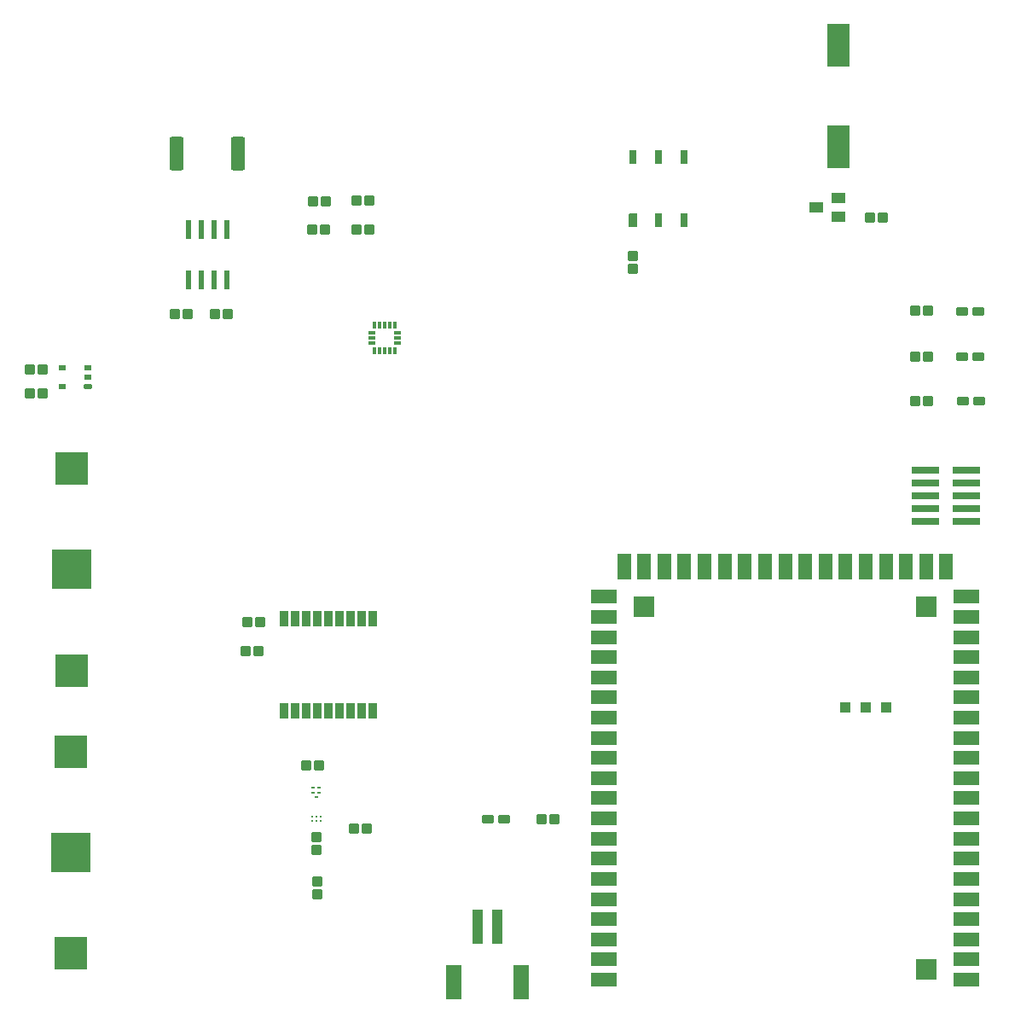
<source format=gbr>
%TF.GenerationSoftware,KiCad,Pcbnew,(5.99.0-10117-g2c3ee0d85f)*%
%TF.CreationDate,2021-04-28T15:41:30+02:00*%
%TF.ProjectId,som asset tracker,736f6d20-6173-4736-9574-20747261636b,rev?*%
%TF.SameCoordinates,Original*%
%TF.FileFunction,Paste,Top*%
%TF.FilePolarity,Positive*%
%FSLAX46Y46*%
G04 Gerber Fmt 4.6, Leading zero omitted, Abs format (unit mm)*
G04 Created by KiCad (PCBNEW (5.99.0-10117-g2c3ee0d85f)) date 2021-04-28 15:41:30*
%MOMM*%
%LPD*%
G01*
G04 APERTURE LIST*
G04 Aperture macros list*
%AMRoundRect*
0 Rectangle with rounded corners*
0 $1 Rounding radius*
0 $2 $3 $4 $5 $6 $7 $8 $9 X,Y pos of 4 corners*
0 Add a 4 corners polygon primitive as box body*
4,1,4,$2,$3,$4,$5,$6,$7,$8,$9,$2,$3,0*
0 Add four circle primitives for the rounded corners*
1,1,$1+$1,$2,$3*
1,1,$1+$1,$4,$5*
1,1,$1+$1,$6,$7*
1,1,$1+$1,$8,$9*
0 Add four rect primitives between the rounded corners*
20,1,$1+$1,$2,$3,$4,$5,0*
20,1,$1+$1,$4,$5,$6,$7,0*
20,1,$1+$1,$6,$7,$8,$9,0*
20,1,$1+$1,$8,$9,$2,$3,0*%
%AMOutline5P*
0 Free polygon, 5 corners , with rotation*
0 The origin of the aperture is its center*
0 number of corners: always 8*
0 $1 to $10 corner X, Y*
0 $11 Rotation angle, in degrees counterclockwise*
0 create outline with 8 corners*
4,1,5,$1,$2,$3,$4,$5,$6,$7,$8,$9,$10,$1,$2,$11*%
%AMOutline6P*
0 Free polygon, 6 corners , with rotation*
0 The origin of the aperture is its center*
0 number of corners: always 6*
0 $1 to $12 corner X, Y*
0 $13 Rotation angle, in degrees counterclockwise*
0 create outline with 6 corners*
4,1,6,$1,$2,$3,$4,$5,$6,$7,$8,$9,$10,$11,$12,$1,$2,$13*%
%AMOutline7P*
0 Free polygon, 7 corners , with rotation*
0 The origin of the aperture is its center*
0 number of corners: always 7*
0 $1 to $14 corner X, Y*
0 $15 Rotation angle, in degrees counterclockwise*
0 create outline with 7 corners*
4,1,7,$1,$2,$3,$4,$5,$6,$7,$8,$9,$10,$11,$12,$13,$14,$1,$2,$15*%
%AMOutline8P*
0 Free polygon, 8 corners , with rotation*
0 The origin of the aperture is its center*
0 number of corners: always 8*
0 $1 to $16 corner X, Y*
0 $17 Rotation angle, in degrees counterclockwise*
0 create outline with 8 corners*
4,1,8,$1,$2,$3,$4,$5,$6,$7,$8,$9,$10,$11,$12,$13,$14,$15,$16,$1,$2,$17*%
G04 Aperture macros list end*
%ADD10R,0.300000X0.800000*%
%ADD11R,0.800000X0.300000*%
%ADD12RoundRect,0.250000X-0.300000X0.250000X-0.300000X-0.250000X0.300000X-0.250000X0.300000X0.250000X0*%
%ADD13R,0.325000X0.250000*%
%ADD14RoundRect,0.250000X-0.250000X-0.300000X0.250000X-0.300000X0.250000X0.300000X-0.250000X0.300000X0*%
%ADD15R,0.600000X1.970000*%
%ADD16RoundRect,0.250000X0.300000X-0.250000X0.300000X0.250000X-0.300000X0.250000X-0.300000X-0.250000X0*%
%ADD17RoundRect,0.250000X0.250000X0.300000X-0.250000X0.300000X-0.250000X-0.300000X0.250000X-0.300000X0*%
%ADD18R,1.399540X0.998220*%
%ADD19R,1.000000X3.500000*%
%ADD20R,1.500000X3.400000*%
%ADD21R,3.180000X3.180000*%
%ADD22R,3.960000X3.960000*%
%ADD23R,2.500000X1.400000*%
%ADD24R,1.400000X2.500000*%
%ADD25R,2.000000X2.000000*%
%ADD26R,1.000000X1.000000*%
%ADD27RoundRect,0.212500X-0.400000X-0.212500X0.400000X-0.212500X0.400000X0.212500X-0.400000X0.212500X0*%
%ADD28R,2.310000X4.220000*%
%ADD29RoundRect,0.212500X0.400000X0.212500X-0.400000X0.212500X-0.400000X-0.212500X0.400000X-0.212500X0*%
%ADD30RoundRect,0.137500X-0.262500X0.137500X-0.262500X-0.137500X0.262500X-0.137500X0.262500X0.137500X0*%
%ADD31R,0.800000X0.550000*%
%ADD32R,0.250000X0.250000*%
%ADD33Outline5P,0.400000X0.700000X0.400000X-0.700000X-0.400000X-0.700000X-0.400000X0.540000X-0.240000X0.700000X0.000000*%
%ADD34R,0.800000X1.400000*%
%ADD35R,2.790000X0.740000*%
%ADD36RoundRect,0.249999X-0.450001X-1.425001X0.450001X-1.425001X0.450001X1.425001X-0.450001X1.425001X0*%
%ADD37R,0.900000X1.600000*%
G04 APERTURE END LIST*
D10*
%TO.C,U7*%
X136650000Y-90475000D03*
X137150000Y-90475000D03*
X137650000Y-90475000D03*
X138150000Y-90475000D03*
X138650000Y-90475000D03*
D11*
X138925000Y-89700000D03*
X138925000Y-89200000D03*
X138925000Y-88700000D03*
D10*
X138650000Y-87925000D03*
X138150000Y-87925000D03*
X137650000Y-87925000D03*
X137150000Y-87925000D03*
X136650000Y-87925000D03*
D11*
X136375000Y-88700000D03*
X136375000Y-89200000D03*
X136375000Y-89700000D03*
%TD*%
D12*
%TO.C,C12*%
X103650000Y-92310000D03*
X102380000Y-92310000D03*
%TD*%
D13*
%TO.C,Z1*%
X130830000Y-134760000D03*
X130542500Y-134260000D03*
X130542500Y-133760000D03*
X131117500Y-133760000D03*
X131117500Y-134260000D03*
%TD*%
D14*
%TO.C,C10*%
X130975000Y-143105000D03*
X130975000Y-144375000D03*
%TD*%
D15*
%TO.C,U1*%
X122005000Y-78430000D03*
X120735000Y-78430000D03*
X119465000Y-78430000D03*
X118195000Y-78430000D03*
X118195000Y-83370000D03*
X119465000Y-83370000D03*
X120735000Y-83370000D03*
X122005000Y-83370000D03*
%TD*%
D16*
%TO.C,R1*%
X190280000Y-95450000D03*
X191550000Y-95450000D03*
%TD*%
D17*
%TO.C,R10*%
X162250000Y-82320000D03*
X162250000Y-81050000D03*
%TD*%
D18*
%TO.C,Q1*%
X182709640Y-77179960D03*
X182709640Y-75280040D03*
X180510000Y-76230000D03*
%TD*%
D12*
%TO.C,R4*%
X154500000Y-136910000D03*
X153230000Y-136910000D03*
%TD*%
D19*
%TO.C,BT2*%
X146840000Y-147570000D03*
X148840000Y-147570000D03*
D20*
X144490000Y-153120000D03*
X151190000Y-153120000D03*
%TD*%
D21*
%TO.C,BT3*%
X106550000Y-102120000D03*
X106550000Y-122160000D03*
D22*
X106550000Y-112140000D03*
%TD*%
D12*
%TO.C,C11*%
X103650000Y-94700000D03*
X102380000Y-94700000D03*
%TD*%
D23*
%TO.C,mod1*%
X159372000Y-152845000D03*
X159372000Y-150845000D03*
X159372000Y-148845000D03*
X159372000Y-146845000D03*
X159372000Y-144845000D03*
X159372000Y-142845000D03*
X159372000Y-140845000D03*
X159372000Y-138845000D03*
X159372000Y-136845000D03*
X159372000Y-134845000D03*
X159372000Y-132845000D03*
X159372000Y-130845000D03*
X159372000Y-128845000D03*
X159372000Y-126845000D03*
X159372000Y-124845000D03*
X159372000Y-122845000D03*
X159372000Y-120845000D03*
X159372000Y-118845000D03*
X159372000Y-116845000D03*
X159372000Y-114845000D03*
D24*
X161380000Y-111837000D03*
X163380000Y-111837000D03*
X165380000Y-111837000D03*
X167380000Y-111837000D03*
X169380000Y-111837000D03*
X171380000Y-111837000D03*
X173380000Y-111837000D03*
X175380000Y-111837000D03*
X177380000Y-111837000D03*
X179380000Y-111837000D03*
X181380000Y-111837000D03*
X183380000Y-111837000D03*
X185380000Y-111837000D03*
X187380000Y-111837000D03*
X189380000Y-111837000D03*
X191380000Y-111837000D03*
X193380000Y-111837000D03*
D23*
X195388000Y-114845000D03*
X195388000Y-116845000D03*
X195388000Y-118845000D03*
X195388000Y-120845000D03*
X195388000Y-122845000D03*
X195388000Y-124845000D03*
X195388000Y-126845000D03*
X195388000Y-128845000D03*
X195388000Y-130845000D03*
X195388000Y-132845000D03*
X195388000Y-134845000D03*
X195388000Y-136845000D03*
X195388000Y-138845000D03*
X195388000Y-140845000D03*
X195388000Y-142845000D03*
X195388000Y-144845000D03*
X195388000Y-146845000D03*
X195388000Y-148845000D03*
X195388000Y-150845000D03*
X195388000Y-152845000D03*
D25*
X191380000Y-151845000D03*
X191380000Y-115845000D03*
X163380000Y-115845000D03*
D26*
X183380000Y-125845000D03*
X185380000Y-125845000D03*
X187380000Y-125845000D03*
%TD*%
D16*
%TO.C,R9*%
X185789640Y-77199960D03*
X187059640Y-77199960D03*
%TD*%
D12*
%TO.C,C3*%
X136070000Y-78420000D03*
X134800000Y-78420000D03*
%TD*%
%TO.C,C4*%
X136095000Y-75535000D03*
X134825000Y-75535000D03*
%TD*%
%TO.C,C7*%
X125240000Y-117405000D03*
X123970000Y-117405000D03*
%TD*%
D27*
%TO.C,D4*%
X147880000Y-136910000D03*
X149505000Y-136910000D03*
%TD*%
D16*
%TO.C,C2*%
X130420000Y-78390000D03*
X131690000Y-78390000D03*
%TD*%
%TO.C,R2*%
X190290000Y-91040000D03*
X191560000Y-91040000D03*
%TD*%
D12*
%TO.C,C8*%
X125120000Y-120270000D03*
X123850000Y-120270000D03*
%TD*%
D16*
%TO.C,R12*%
X116820000Y-86820000D03*
X118090000Y-86820000D03*
%TD*%
D14*
%TO.C,L1*%
X130855000Y-138725000D03*
X130855000Y-139995000D03*
%TD*%
D28*
%TO.C,PZ1*%
X182670000Y-70205000D03*
X182670000Y-60115000D03*
%TD*%
D16*
%TO.C,R3*%
X190260000Y-86470000D03*
X191530000Y-86470000D03*
%TD*%
%TO.C,C9*%
X129870000Y-131560000D03*
X131140000Y-131560000D03*
%TD*%
D21*
%TO.C,BT1*%
X106450000Y-150250000D03*
X106450000Y-130210000D03*
D22*
X106450000Y-140230000D03*
%TD*%
D29*
%TO.C,D1*%
X196622500Y-95410000D03*
X194997500Y-95410000D03*
%TD*%
D12*
%TO.C,R11*%
X122060000Y-86840000D03*
X120790000Y-86840000D03*
%TD*%
D30*
%TO.C,U6*%
X108200000Y-94005000D03*
D31*
X108200000Y-93055000D03*
X108200000Y-92105000D03*
X105600000Y-92105000D03*
X105600000Y-94005000D03*
%TD*%
D32*
%TO.C,U4*%
X131240000Y-136700000D03*
X130840000Y-136700000D03*
X130440000Y-136700000D03*
X130440000Y-137100000D03*
X130840000Y-137100000D03*
X131240000Y-137100000D03*
%TD*%
D16*
%TO.C,R8*%
X134595000Y-137875000D03*
X135865000Y-137875000D03*
%TD*%
%TO.C,C1*%
X130505000Y-75605000D03*
X131775000Y-75605000D03*
%TD*%
D33*
%TO.C,U5*%
X162240000Y-77520000D03*
D34*
X164780000Y-77520000D03*
X167320000Y-77520000D03*
X167320000Y-71220000D03*
X164780000Y-71220000D03*
X162240000Y-71220000D03*
%TD*%
D35*
%TO.C,CON1*%
X195375000Y-107340000D03*
X191305000Y-107340000D03*
X195375000Y-106070000D03*
X191305000Y-106070000D03*
X195375000Y-104800000D03*
X191305000Y-104800000D03*
X195375000Y-103530000D03*
X191305000Y-103530000D03*
X195375000Y-102260000D03*
X191305000Y-102260000D03*
%TD*%
D29*
%TO.C,D3*%
X196562500Y-86520000D03*
X194937500Y-86520000D03*
%TD*%
D36*
%TO.C,R7*%
X116930000Y-70880000D03*
X123030000Y-70880000D03*
%TD*%
D29*
%TO.C,D2*%
X196535000Y-91010000D03*
X194910000Y-91010000D03*
%TD*%
D37*
%TO.C,mod2*%
X136440000Y-117010000D03*
X135340000Y-117010000D03*
X134240000Y-117010000D03*
X133140000Y-117010000D03*
X132040000Y-117010000D03*
X130940000Y-117010000D03*
X129840000Y-117010000D03*
X128740000Y-117010000D03*
X127640000Y-117010000D03*
X127640000Y-126210000D03*
X128740000Y-126210000D03*
X129840000Y-126210000D03*
X130940000Y-126210000D03*
X132040000Y-126210000D03*
X133140000Y-126210000D03*
X134240000Y-126210000D03*
X135340000Y-126210000D03*
X136440000Y-126210000D03*
%TD*%
M02*

</source>
